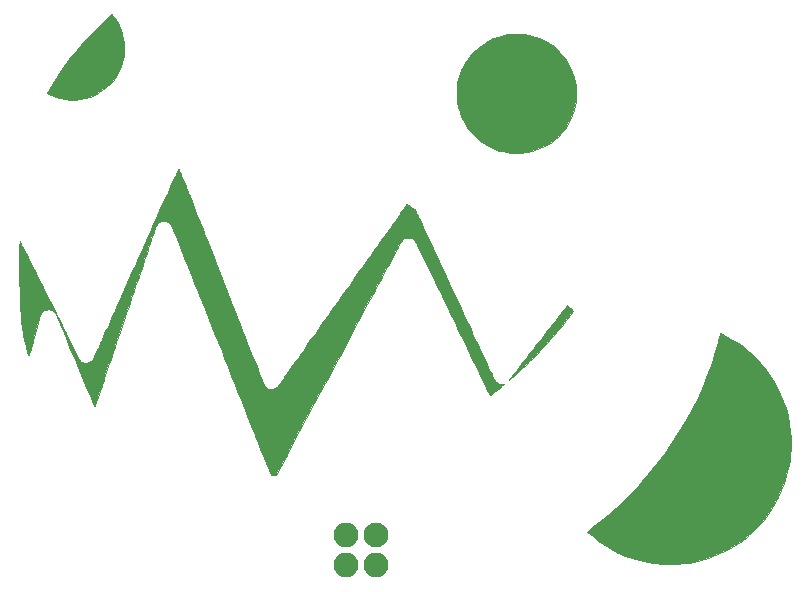
<source format=gts>
G04 #@! TF.FileFunction,Soldermask,Top*
%FSLAX46Y46*%
G04 Gerber Fmt 4.6, Leading zero omitted, Abs format (unit mm)*
G04 Created by KiCad (PCBNEW 4.0.7) date 07/17/18 15:25:19*
%MOMM*%
%LPD*%
G01*
G04 APERTURE LIST*
%ADD10C,0.100000*%
%ADD11C,0.010000*%
%ADD12C,6.400000*%
%ADD13C,2.100000*%
%ADD14O,2.100000X2.100000*%
G04 APERTURE END LIST*
D10*
D11*
G36*
X177232361Y-102125226D02*
X177298128Y-102151293D01*
X177393923Y-102195233D01*
X177507079Y-102250370D01*
X177965478Y-102492068D01*
X178406483Y-102755095D01*
X178838277Y-103044813D01*
X179269041Y-103366587D01*
X179527200Y-103574614D01*
X179652751Y-103682865D01*
X179798133Y-103815635D01*
X179957302Y-103966799D01*
X180124210Y-104130235D01*
X180292813Y-104299816D01*
X180457065Y-104469418D01*
X180610920Y-104632918D01*
X180748333Y-104784189D01*
X180863258Y-104917108D01*
X180914898Y-104980433D01*
X181318534Y-105521312D01*
X181681759Y-106074475D01*
X182004924Y-106640805D01*
X182288378Y-107221184D01*
X182532472Y-107816497D01*
X182737554Y-108427626D01*
X182903975Y-109055454D01*
X183032084Y-109700866D01*
X183122231Y-110364744D01*
X183146005Y-110614883D01*
X183153847Y-110738515D01*
X183159834Y-110895479D01*
X183163963Y-111076813D01*
X183166235Y-111273558D01*
X183166649Y-111476751D01*
X183165204Y-111677432D01*
X183161900Y-111866640D01*
X183156736Y-112035414D01*
X183149712Y-112174793D01*
X183146111Y-112223550D01*
X183070519Y-112872564D01*
X182953667Y-113514126D01*
X182796230Y-114146587D01*
X182598882Y-114768299D01*
X182362298Y-115377614D01*
X182087151Y-115972884D01*
X181774116Y-116552460D01*
X181423867Y-117114696D01*
X181037079Y-117657942D01*
X180799496Y-117959716D01*
X180699674Y-118077050D01*
X180575645Y-118214961D01*
X180433723Y-118367053D01*
X180280224Y-118526927D01*
X180121463Y-118688186D01*
X179963757Y-118844432D01*
X179813420Y-118989268D01*
X179676767Y-119116296D01*
X179560115Y-119219118D01*
X179537783Y-119237839D01*
X179008716Y-119651564D01*
X178468754Y-120024703D01*
X177916521Y-120357916D01*
X177350645Y-120651866D01*
X176769751Y-120907215D01*
X176172464Y-121124625D01*
X175557410Y-121304757D01*
X174965783Y-121439899D01*
X174499597Y-121520796D01*
X174016543Y-121582436D01*
X173528009Y-121623991D01*
X173045383Y-121644636D01*
X172580054Y-121643545D01*
X172314446Y-121632147D01*
X171653528Y-121572130D01*
X171005632Y-121471861D01*
X170371183Y-121331505D01*
X169750603Y-121151226D01*
X169144317Y-120931186D01*
X168552747Y-120671550D01*
X167976319Y-120372483D01*
X167415455Y-120034146D01*
X166870580Y-119656705D01*
X166533172Y-119396882D01*
X166426499Y-119309976D01*
X166316876Y-119218197D01*
X166215190Y-119130817D01*
X166132329Y-119057107D01*
X166110636Y-119037048D01*
X165954990Y-118891050D01*
X166290553Y-118633444D01*
X166978658Y-118086743D01*
X167667239Y-117503482D01*
X168350736Y-116889004D01*
X169023590Y-116248649D01*
X169680242Y-115587760D01*
X170315131Y-114911677D01*
X170922700Y-114225743D01*
X171122284Y-113990966D01*
X171836472Y-113111600D01*
X172510246Y-112219909D01*
X173143798Y-111315526D01*
X173737324Y-110398082D01*
X174291020Y-109467207D01*
X174805078Y-108522533D01*
X175279695Y-107563692D01*
X175715065Y-106590315D01*
X176111382Y-105602032D01*
X176468842Y-104598476D01*
X176787638Y-103579277D01*
X176973691Y-102910216D01*
X177011099Y-102767639D01*
X177047114Y-102628087D01*
X177079454Y-102500578D01*
X177105836Y-102394131D01*
X177123977Y-102317761D01*
X177126399Y-102306966D01*
X177145121Y-102227077D01*
X177162392Y-102161812D01*
X177174879Y-102123625D01*
X177176164Y-102120945D01*
X177192935Y-102115591D01*
X177232361Y-102125226D01*
X177232361Y-102125226D01*
G37*
X177232361Y-102125226D02*
X177298128Y-102151293D01*
X177393923Y-102195233D01*
X177507079Y-102250370D01*
X177965478Y-102492068D01*
X178406483Y-102755095D01*
X178838277Y-103044813D01*
X179269041Y-103366587D01*
X179527200Y-103574614D01*
X179652751Y-103682865D01*
X179798133Y-103815635D01*
X179957302Y-103966799D01*
X180124210Y-104130235D01*
X180292813Y-104299816D01*
X180457065Y-104469418D01*
X180610920Y-104632918D01*
X180748333Y-104784189D01*
X180863258Y-104917108D01*
X180914898Y-104980433D01*
X181318534Y-105521312D01*
X181681759Y-106074475D01*
X182004924Y-106640805D01*
X182288378Y-107221184D01*
X182532472Y-107816497D01*
X182737554Y-108427626D01*
X182903975Y-109055454D01*
X183032084Y-109700866D01*
X183122231Y-110364744D01*
X183146005Y-110614883D01*
X183153847Y-110738515D01*
X183159834Y-110895479D01*
X183163963Y-111076813D01*
X183166235Y-111273558D01*
X183166649Y-111476751D01*
X183165204Y-111677432D01*
X183161900Y-111866640D01*
X183156736Y-112035414D01*
X183149712Y-112174793D01*
X183146111Y-112223550D01*
X183070519Y-112872564D01*
X182953667Y-113514126D01*
X182796230Y-114146587D01*
X182598882Y-114768299D01*
X182362298Y-115377614D01*
X182087151Y-115972884D01*
X181774116Y-116552460D01*
X181423867Y-117114696D01*
X181037079Y-117657942D01*
X180799496Y-117959716D01*
X180699674Y-118077050D01*
X180575645Y-118214961D01*
X180433723Y-118367053D01*
X180280224Y-118526927D01*
X180121463Y-118688186D01*
X179963757Y-118844432D01*
X179813420Y-118989268D01*
X179676767Y-119116296D01*
X179560115Y-119219118D01*
X179537783Y-119237839D01*
X179008716Y-119651564D01*
X178468754Y-120024703D01*
X177916521Y-120357916D01*
X177350645Y-120651866D01*
X176769751Y-120907215D01*
X176172464Y-121124625D01*
X175557410Y-121304757D01*
X174965783Y-121439899D01*
X174499597Y-121520796D01*
X174016543Y-121582436D01*
X173528009Y-121623991D01*
X173045383Y-121644636D01*
X172580054Y-121643545D01*
X172314446Y-121632147D01*
X171653528Y-121572130D01*
X171005632Y-121471861D01*
X170371183Y-121331505D01*
X169750603Y-121151226D01*
X169144317Y-120931186D01*
X168552747Y-120671550D01*
X167976319Y-120372483D01*
X167415455Y-120034146D01*
X166870580Y-119656705D01*
X166533172Y-119396882D01*
X166426499Y-119309976D01*
X166316876Y-119218197D01*
X166215190Y-119130817D01*
X166132329Y-119057107D01*
X166110636Y-119037048D01*
X165954990Y-118891050D01*
X166290553Y-118633444D01*
X166978658Y-118086743D01*
X167667239Y-117503482D01*
X168350736Y-116889004D01*
X169023590Y-116248649D01*
X169680242Y-115587760D01*
X170315131Y-114911677D01*
X170922700Y-114225743D01*
X171122284Y-113990966D01*
X171836472Y-113111600D01*
X172510246Y-112219909D01*
X173143798Y-111315526D01*
X173737324Y-110398082D01*
X174291020Y-109467207D01*
X174805078Y-108522533D01*
X175279695Y-107563692D01*
X175715065Y-106590315D01*
X176111382Y-105602032D01*
X176468842Y-104598476D01*
X176787638Y-103579277D01*
X176973691Y-102910216D01*
X177011099Y-102767639D01*
X177047114Y-102628087D01*
X177079454Y-102500578D01*
X177105836Y-102394131D01*
X177123977Y-102317761D01*
X177126399Y-102306966D01*
X177145121Y-102227077D01*
X177162392Y-102161812D01*
X177174879Y-102123625D01*
X177176164Y-102120945D01*
X177192935Y-102115591D01*
X177232361Y-102125226D01*
G36*
X131345011Y-88206391D02*
X131370016Y-88263790D01*
X131407260Y-88351920D01*
X131454967Y-88466508D01*
X131511362Y-88603281D01*
X131574667Y-88757964D01*
X131643108Y-88926286D01*
X131665891Y-88982550D01*
X131738834Y-89162543D01*
X131809897Y-89337312D01*
X131876813Y-89501320D01*
X131937314Y-89649030D01*
X131989131Y-89774908D01*
X132029996Y-89873417D01*
X132057641Y-89939022D01*
X132060486Y-89945633D01*
X132079646Y-89991788D01*
X132112988Y-90074236D01*
X132159274Y-90189847D01*
X132217263Y-90335487D01*
X132285718Y-90508027D01*
X132363399Y-90704335D01*
X132449067Y-90921279D01*
X132541483Y-91155728D01*
X132639408Y-91404552D01*
X132741602Y-91664618D01*
X132846827Y-91932795D01*
X132847809Y-91935300D01*
X132926834Y-92136767D01*
X133020221Y-92374697D01*
X133126819Y-92646163D01*
X133245479Y-92948239D01*
X133375050Y-93278000D01*
X133514381Y-93632518D01*
X133662321Y-94008868D01*
X133817721Y-94404124D01*
X133979428Y-94815359D01*
X134146294Y-95239648D01*
X134317167Y-95674064D01*
X134490897Y-96115681D01*
X134666333Y-96561573D01*
X134842325Y-97008814D01*
X135017721Y-97454477D01*
X135191372Y-97895638D01*
X135257277Y-98063050D01*
X135533628Y-98765087D01*
X135799284Y-99440102D01*
X136054000Y-100087466D01*
X136297530Y-100706553D01*
X136529627Y-101296735D01*
X136750046Y-101857386D01*
X136958540Y-102387878D01*
X137154864Y-102887584D01*
X137338771Y-103355878D01*
X137510016Y-103792131D01*
X137668352Y-104195717D01*
X137813533Y-104566009D01*
X137945313Y-104902380D01*
X138063447Y-105204203D01*
X138167687Y-105470849D01*
X138257789Y-105701693D01*
X138333506Y-105896108D01*
X138394592Y-106053465D01*
X138440800Y-106173139D01*
X138471886Y-106254502D01*
X138484519Y-106288334D01*
X138568111Y-106473588D01*
X138670132Y-106620935D01*
X138791215Y-106730880D01*
X138931994Y-106803927D01*
X139093100Y-106840580D01*
X139183533Y-106845423D01*
X139353607Y-106826652D01*
X139506574Y-106769280D01*
X139643951Y-106672724D01*
X139652727Y-106664756D01*
X139674943Y-106638347D01*
X139719925Y-106579598D01*
X139786045Y-106490766D01*
X139871675Y-106374109D01*
X139975187Y-106231885D01*
X140094953Y-106066351D01*
X140229345Y-105879765D01*
X140376735Y-105674385D01*
X140535494Y-105452469D01*
X140703995Y-105216274D01*
X140880609Y-104968058D01*
X141063709Y-104710079D01*
X141146681Y-104592966D01*
X141309962Y-104362370D01*
X141495485Y-104100363D01*
X141701029Y-103810082D01*
X141924370Y-103494665D01*
X142163289Y-103157248D01*
X142415564Y-102800971D01*
X142678971Y-102428970D01*
X142951291Y-102044383D01*
X143230301Y-101650348D01*
X143513779Y-101250002D01*
X143799505Y-100846482D01*
X144085255Y-100442927D01*
X144368810Y-100042474D01*
X144647945Y-99648261D01*
X144920442Y-99263425D01*
X145036007Y-99100216D01*
X145435944Y-98535417D01*
X145826128Y-97984429D01*
X146205912Y-97448162D01*
X146574650Y-96927528D01*
X146931697Y-96423436D01*
X147276408Y-95936799D01*
X147608137Y-95468526D01*
X147926238Y-95019529D01*
X148230065Y-94590719D01*
X148518973Y-94183007D01*
X148792316Y-93797303D01*
X149049449Y-93434518D01*
X149289726Y-93095563D01*
X149512501Y-92781350D01*
X149717128Y-92492788D01*
X149902963Y-92230789D01*
X150069359Y-91996264D01*
X150215671Y-91790123D01*
X150341253Y-91613278D01*
X150445459Y-91466639D01*
X150527644Y-91351117D01*
X150587162Y-91267623D01*
X150623368Y-91217068D01*
X150634970Y-91201139D01*
X150670369Y-91154895D01*
X150923117Y-91320551D01*
X151024757Y-91389162D01*
X151122859Y-91458911D01*
X151207235Y-91522330D01*
X151267695Y-91571946D01*
X151274852Y-91578461D01*
X151283030Y-91585235D01*
X151289640Y-91589285D01*
X151295231Y-91591776D01*
X151300354Y-91593874D01*
X151305559Y-91596744D01*
X151311397Y-91601550D01*
X151318418Y-91609459D01*
X151327173Y-91621635D01*
X151338211Y-91639244D01*
X151352084Y-91663451D01*
X151369342Y-91695420D01*
X151390534Y-91736318D01*
X151416213Y-91787309D01*
X151446927Y-91849559D01*
X151483227Y-91924232D01*
X151525665Y-92012495D01*
X151574789Y-92115511D01*
X151631151Y-92234447D01*
X151695301Y-92370468D01*
X151767789Y-92524738D01*
X151849166Y-92698424D01*
X151939982Y-92892689D01*
X152040787Y-93108701D01*
X152152132Y-93347622D01*
X152274568Y-93610620D01*
X152408644Y-93898858D01*
X152554912Y-94213503D01*
X152713921Y-94555719D01*
X152886222Y-94926672D01*
X153072365Y-95327526D01*
X153272901Y-95759448D01*
X153488380Y-96223602D01*
X153719353Y-96721153D01*
X153966369Y-97253267D01*
X154229980Y-97821108D01*
X154510735Y-98425843D01*
X154592894Y-98602800D01*
X154922574Y-99312820D01*
X155234630Y-99984784D01*
X155529227Y-100619049D01*
X155806534Y-101215970D01*
X156066714Y-101775906D01*
X156309936Y-102299213D01*
X156536364Y-102786248D01*
X156746166Y-103237368D01*
X156939507Y-103652930D01*
X157116553Y-104033291D01*
X157277472Y-104378809D01*
X157422428Y-104689839D01*
X157551589Y-104966739D01*
X157665120Y-105209867D01*
X157763188Y-105419578D01*
X157845959Y-105596230D01*
X157913599Y-105740180D01*
X157966274Y-105851785D01*
X158004151Y-105931402D01*
X158027396Y-105979388D01*
X158030926Y-105986455D01*
X158129061Y-106143187D01*
X158246394Y-106262563D01*
X158358419Y-106333575D01*
X158409256Y-106355696D01*
X158461074Y-106369800D01*
X158525249Y-106377520D01*
X158613157Y-106380494D01*
X158685925Y-106380667D01*
X158916067Y-106379784D01*
X158834092Y-106450695D01*
X158747512Y-106524202D01*
X158644603Y-106609319D01*
X158529797Y-106702594D01*
X158407528Y-106800577D01*
X158282230Y-106899815D01*
X158158335Y-106996859D01*
X158040278Y-107088257D01*
X157932492Y-107170559D01*
X157839411Y-107240312D01*
X157765467Y-107294067D01*
X157715095Y-107328371D01*
X157692727Y-107339775D01*
X157692215Y-107339537D01*
X157682085Y-107319743D01*
X157654571Y-107263970D01*
X157610712Y-107174358D01*
X157551546Y-107053044D01*
X157478110Y-106902165D01*
X157391441Y-106723859D01*
X157292578Y-106520265D01*
X157182558Y-106293520D01*
X157062419Y-106045761D01*
X156933198Y-105779126D01*
X156795934Y-105495754D01*
X156651663Y-105197782D01*
X156501424Y-104887348D01*
X156358108Y-104591098D01*
X156044481Y-103942707D01*
X155747970Y-103329786D01*
X155467291Y-102749681D01*
X155201157Y-102199739D01*
X154948281Y-101677305D01*
X154707379Y-101179725D01*
X154477163Y-100704347D01*
X154256349Y-100248515D01*
X154043650Y-99809576D01*
X153837779Y-99384875D01*
X153637452Y-98971760D01*
X153441381Y-98567576D01*
X153248282Y-98169669D01*
X153056867Y-97775386D01*
X152865852Y-97382072D01*
X152673949Y-96987074D01*
X152492218Y-96613133D01*
X152359442Y-96339932D01*
X152230305Y-96074152D01*
X152106213Y-95818688D01*
X151988571Y-95576439D01*
X151878785Y-95350300D01*
X151778261Y-95143169D01*
X151688404Y-94957942D01*
X151610620Y-94797516D01*
X151546316Y-94664789D01*
X151496896Y-94562657D01*
X151463766Y-94494016D01*
X151452560Y-94470672D01*
X151379562Y-94331792D01*
X151306740Y-94225837D01*
X151226552Y-94144103D01*
X151131458Y-94077892D01*
X151094367Y-94057358D01*
X151036145Y-94029261D01*
X150982918Y-94011931D01*
X150921185Y-94002844D01*
X150837442Y-93999478D01*
X150782866Y-93999151D01*
X150682125Y-94000583D01*
X150609484Y-94006740D01*
X150550762Y-94020236D01*
X150491778Y-94043684D01*
X150460689Y-94058514D01*
X150368271Y-94115207D01*
X150280499Y-94187645D01*
X150251898Y-94217264D01*
X150225576Y-94254598D01*
X150180399Y-94328373D01*
X150116300Y-94438711D01*
X150033214Y-94585734D01*
X149931073Y-94769561D01*
X149809811Y-94990315D01*
X149669361Y-95248117D01*
X149509656Y-95543087D01*
X149330629Y-95875347D01*
X149132213Y-96245019D01*
X149042768Y-96412050D01*
X148941113Y-96601972D01*
X148820582Y-96827108D01*
X148682300Y-97085360D01*
X148527390Y-97374628D01*
X148356977Y-97692814D01*
X148172184Y-98037822D01*
X147974136Y-98407552D01*
X147763957Y-98799907D01*
X147542771Y-99212788D01*
X147311702Y-99644098D01*
X147071874Y-100091738D01*
X146824410Y-100553610D01*
X146570436Y-101027616D01*
X146311075Y-101511658D01*
X146047452Y-102003638D01*
X145780689Y-102501458D01*
X145511912Y-103003020D01*
X145242244Y-103506225D01*
X144972810Y-104008975D01*
X144704733Y-104509174D01*
X144665496Y-104582383D01*
X144400231Y-105077330D01*
X144134668Y-105572843D01*
X143869862Y-106066958D01*
X143606864Y-106557712D01*
X143346726Y-107043142D01*
X143090500Y-107521283D01*
X142839238Y-107990172D01*
X142593993Y-108447846D01*
X142355816Y-108892341D01*
X142125760Y-109321693D01*
X141904877Y-109733939D01*
X141694218Y-110127115D01*
X141494837Y-110499258D01*
X141307784Y-110848404D01*
X141134113Y-111172589D01*
X140974875Y-111469850D01*
X140831122Y-111738224D01*
X140703906Y-111975746D01*
X140594281Y-112180453D01*
X140503297Y-112350382D01*
X140480545Y-112392883D01*
X139551433Y-114128550D01*
X139359053Y-114134607D01*
X139166674Y-114140664D01*
X138421519Y-112271940D01*
X138350811Y-112094564D01*
X138265340Y-111880066D01*
X138165989Y-111630661D01*
X138053638Y-111348563D01*
X137929169Y-111035988D01*
X137793465Y-110695150D01*
X137647405Y-110328265D01*
X137491872Y-109937546D01*
X137327747Y-109525210D01*
X137155912Y-109093470D01*
X136977249Y-108644542D01*
X136792638Y-108180640D01*
X136602961Y-107703979D01*
X136409100Y-107216774D01*
X136211936Y-106721240D01*
X136012350Y-106219592D01*
X135811225Y-105714045D01*
X135609442Y-105206812D01*
X135407882Y-104700110D01*
X135306327Y-104444800D01*
X134978719Y-103621217D01*
X134666382Y-102836119D01*
X134368969Y-102088642D01*
X134086136Y-101377923D01*
X133817535Y-100703100D01*
X133562821Y-100063309D01*
X133321648Y-99457688D01*
X133093670Y-98885372D01*
X132878541Y-98345500D01*
X132675915Y-97837208D01*
X132485446Y-97359632D01*
X132306789Y-96911911D01*
X132139596Y-96493180D01*
X131983523Y-96102578D01*
X131838223Y-95739240D01*
X131703350Y-95402304D01*
X131578558Y-95090907D01*
X131463502Y-94804185D01*
X131357835Y-94541276D01*
X131261211Y-94301316D01*
X131173285Y-94083443D01*
X131093710Y-93886793D01*
X131022141Y-93710504D01*
X130958231Y-93553712D01*
X130901634Y-93415554D01*
X130852006Y-93295167D01*
X130808999Y-93191689D01*
X130772267Y-93104256D01*
X130741465Y-93032004D01*
X130716247Y-92974072D01*
X130696267Y-92929596D01*
X130681178Y-92897712D01*
X130670635Y-92877559D01*
X130667178Y-92871932D01*
X130560438Y-92748527D01*
X130432011Y-92657283D01*
X130288222Y-92598621D01*
X130135398Y-92572962D01*
X129979861Y-92580726D01*
X129827938Y-92622334D01*
X129685953Y-92698206D01*
X129569266Y-92798926D01*
X129544621Y-92826502D01*
X129521219Y-92856321D01*
X129497963Y-92891237D01*
X129473753Y-92934099D01*
X129447490Y-92987762D01*
X129418076Y-93055076D01*
X129384411Y-93138894D01*
X129345396Y-93242068D01*
X129299932Y-93367450D01*
X129246921Y-93517891D01*
X129185263Y-93696245D01*
X129113860Y-93905363D01*
X129031612Y-94148097D01*
X128937420Y-94427298D01*
X128906994Y-94517633D01*
X128855815Y-94669383D01*
X128792028Y-94858120D01*
X128716679Y-95080761D01*
X128630816Y-95334224D01*
X128535485Y-95615423D01*
X128431733Y-95921277D01*
X128320607Y-96248702D01*
X128203154Y-96594614D01*
X128080420Y-96955931D01*
X127953453Y-97329569D01*
X127823299Y-97712445D01*
X127691005Y-98101475D01*
X127557618Y-98493577D01*
X127424185Y-98885667D01*
X127336736Y-99142550D01*
X127119349Y-99781071D01*
X126915091Y-100381094D01*
X126723429Y-100944187D01*
X126543832Y-101471920D01*
X126375767Y-101965863D01*
X126218701Y-102427585D01*
X126072103Y-102858656D01*
X125935439Y-103260645D01*
X125808177Y-103635121D01*
X125689786Y-103983655D01*
X125579732Y-104307815D01*
X125477483Y-104609171D01*
X125382507Y-104889293D01*
X125294272Y-105149749D01*
X125212244Y-105392111D01*
X125135892Y-105617946D01*
X125064683Y-105828825D01*
X124998085Y-106026317D01*
X124935565Y-106211991D01*
X124876592Y-106387418D01*
X124820631Y-106554166D01*
X124767152Y-106713805D01*
X124715622Y-106867904D01*
X124681233Y-106970898D01*
X124589271Y-107245526D01*
X124509318Y-107482079D01*
X124440540Y-107682823D01*
X124382100Y-107850019D01*
X124333160Y-107985932D01*
X124292886Y-108092824D01*
X124260441Y-108172960D01*
X124234989Y-108228602D01*
X124215692Y-108262014D01*
X124201716Y-108275459D01*
X124199041Y-108275966D01*
X124188346Y-108256510D01*
X124161910Y-108198654D01*
X124120053Y-108103164D01*
X124063096Y-107970807D01*
X123991361Y-107802352D01*
X123905168Y-107598565D01*
X123804837Y-107360213D01*
X123690691Y-107088063D01*
X123563050Y-106782883D01*
X123422234Y-106445440D01*
X123268564Y-106076501D01*
X123102363Y-105676833D01*
X122923949Y-105247203D01*
X122733645Y-104788379D01*
X122531770Y-104301127D01*
X122318647Y-103786215D01*
X122105194Y-103270050D01*
X121994577Y-103002519D01*
X121887806Y-102744428D01*
X121786090Y-102498688D01*
X121690635Y-102268208D01*
X121602648Y-102055900D01*
X121523337Y-101864673D01*
X121453909Y-101697438D01*
X121395571Y-101557105D01*
X121349530Y-101446585D01*
X121316994Y-101368788D01*
X121299169Y-101326624D01*
X121297472Y-101322716D01*
X121274132Y-101268177D01*
X121238537Y-101183229D01*
X121194347Y-101076689D01*
X121145224Y-100957375D01*
X121104928Y-100858885D01*
X121048592Y-100718484D01*
X121007177Y-100610289D01*
X120981020Y-100535477D01*
X120970460Y-100495224D01*
X120975833Y-100490704D01*
X120997478Y-100523095D01*
X121020257Y-100564170D01*
X121059140Y-100638234D01*
X121114789Y-100746206D01*
X121185186Y-100884057D01*
X121268312Y-101047757D01*
X121362148Y-101233276D01*
X121464677Y-101436584D01*
X121573879Y-101653653D01*
X121687735Y-101880454D01*
X121804228Y-102112955D01*
X121921339Y-102347129D01*
X122037049Y-102578944D01*
X122149339Y-102804373D01*
X122256191Y-103019385D01*
X122355587Y-103219952D01*
X122445508Y-103402042D01*
X122523935Y-103561628D01*
X122588849Y-103694679D01*
X122600008Y-103717699D01*
X122683561Y-103888716D01*
X122752953Y-104026497D01*
X122811390Y-104136411D01*
X122862077Y-104223827D01*
X122908219Y-104294116D01*
X122953023Y-104352648D01*
X122999694Y-104404793D01*
X123026133Y-104431529D01*
X123115537Y-104510471D01*
X123200541Y-104561759D01*
X123294526Y-104590602D01*
X123410874Y-104602204D01*
X123467283Y-104603186D01*
X123566407Y-104601616D01*
X123638384Y-104594559D01*
X123698316Y-104579168D01*
X123761309Y-104552595D01*
X123777664Y-104544679D01*
X123892354Y-104474267D01*
X123997809Y-104383901D01*
X124081368Y-104285327D01*
X124112220Y-104234219D01*
X124128481Y-104199932D01*
X124161592Y-104127937D01*
X124211130Y-104019179D01*
X124276671Y-103874599D01*
X124357792Y-103695139D01*
X124454071Y-103481743D01*
X124565083Y-103235352D01*
X124690407Y-102956909D01*
X124829618Y-102647357D01*
X124982294Y-102307638D01*
X125148012Y-101938695D01*
X125326347Y-101541469D01*
X125516878Y-101116904D01*
X125719181Y-100665941D01*
X125932833Y-100189524D01*
X126157411Y-99688595D01*
X126392491Y-99164096D01*
X126637651Y-98616970D01*
X126892467Y-98048159D01*
X127156516Y-97458605D01*
X127429375Y-96849252D01*
X127710621Y-96221041D01*
X127933045Y-95724133D01*
X128222417Y-95077631D01*
X128495005Y-94468672D01*
X128751307Y-93896154D01*
X128991819Y-93358974D01*
X129217039Y-92856029D01*
X129427465Y-92386217D01*
X129623593Y-91948437D01*
X129805921Y-91541584D01*
X129974946Y-91164557D01*
X130131165Y-90816253D01*
X130275076Y-90495571D01*
X130407175Y-90201406D01*
X130527961Y-89932657D01*
X130637930Y-89688222D01*
X130737580Y-89466997D01*
X130827408Y-89267881D01*
X130907911Y-89089771D01*
X130979586Y-88931564D01*
X131042932Y-88792159D01*
X131098444Y-88670451D01*
X131146621Y-88565340D01*
X131187959Y-88475723D01*
X131222956Y-88400496D01*
X131252109Y-88338558D01*
X131275916Y-88288807D01*
X131294873Y-88250139D01*
X131309478Y-88221452D01*
X131320228Y-88201644D01*
X131327621Y-88189612D01*
X131332154Y-88184254D01*
X131334021Y-88183996D01*
X131345011Y-88206391D01*
X131345011Y-88206391D01*
G37*
X131345011Y-88206391D02*
X131370016Y-88263790D01*
X131407260Y-88351920D01*
X131454967Y-88466508D01*
X131511362Y-88603281D01*
X131574667Y-88757964D01*
X131643108Y-88926286D01*
X131665891Y-88982550D01*
X131738834Y-89162543D01*
X131809897Y-89337312D01*
X131876813Y-89501320D01*
X131937314Y-89649030D01*
X131989131Y-89774908D01*
X132029996Y-89873417D01*
X132057641Y-89939022D01*
X132060486Y-89945633D01*
X132079646Y-89991788D01*
X132112988Y-90074236D01*
X132159274Y-90189847D01*
X132217263Y-90335487D01*
X132285718Y-90508027D01*
X132363399Y-90704335D01*
X132449067Y-90921279D01*
X132541483Y-91155728D01*
X132639408Y-91404552D01*
X132741602Y-91664618D01*
X132846827Y-91932795D01*
X132847809Y-91935300D01*
X132926834Y-92136767D01*
X133020221Y-92374697D01*
X133126819Y-92646163D01*
X133245479Y-92948239D01*
X133375050Y-93278000D01*
X133514381Y-93632518D01*
X133662321Y-94008868D01*
X133817721Y-94404124D01*
X133979428Y-94815359D01*
X134146294Y-95239648D01*
X134317167Y-95674064D01*
X134490897Y-96115681D01*
X134666333Y-96561573D01*
X134842325Y-97008814D01*
X135017721Y-97454477D01*
X135191372Y-97895638D01*
X135257277Y-98063050D01*
X135533628Y-98765087D01*
X135799284Y-99440102D01*
X136054000Y-100087466D01*
X136297530Y-100706553D01*
X136529627Y-101296735D01*
X136750046Y-101857386D01*
X136958540Y-102387878D01*
X137154864Y-102887584D01*
X137338771Y-103355878D01*
X137510016Y-103792131D01*
X137668352Y-104195717D01*
X137813533Y-104566009D01*
X137945313Y-104902380D01*
X138063447Y-105204203D01*
X138167687Y-105470849D01*
X138257789Y-105701693D01*
X138333506Y-105896108D01*
X138394592Y-106053465D01*
X138440800Y-106173139D01*
X138471886Y-106254502D01*
X138484519Y-106288334D01*
X138568111Y-106473588D01*
X138670132Y-106620935D01*
X138791215Y-106730880D01*
X138931994Y-106803927D01*
X139093100Y-106840580D01*
X139183533Y-106845423D01*
X139353607Y-106826652D01*
X139506574Y-106769280D01*
X139643951Y-106672724D01*
X139652727Y-106664756D01*
X139674943Y-106638347D01*
X139719925Y-106579598D01*
X139786045Y-106490766D01*
X139871675Y-106374109D01*
X139975187Y-106231885D01*
X140094953Y-106066351D01*
X140229345Y-105879765D01*
X140376735Y-105674385D01*
X140535494Y-105452469D01*
X140703995Y-105216274D01*
X140880609Y-104968058D01*
X141063709Y-104710079D01*
X141146681Y-104592966D01*
X141309962Y-104362370D01*
X141495485Y-104100363D01*
X141701029Y-103810082D01*
X141924370Y-103494665D01*
X142163289Y-103157248D01*
X142415564Y-102800971D01*
X142678971Y-102428970D01*
X142951291Y-102044383D01*
X143230301Y-101650348D01*
X143513779Y-101250002D01*
X143799505Y-100846482D01*
X144085255Y-100442927D01*
X144368810Y-100042474D01*
X144647945Y-99648261D01*
X144920442Y-99263425D01*
X145036007Y-99100216D01*
X145435944Y-98535417D01*
X145826128Y-97984429D01*
X146205912Y-97448162D01*
X146574650Y-96927528D01*
X146931697Y-96423436D01*
X147276408Y-95936799D01*
X147608137Y-95468526D01*
X147926238Y-95019529D01*
X148230065Y-94590719D01*
X148518973Y-94183007D01*
X148792316Y-93797303D01*
X149049449Y-93434518D01*
X149289726Y-93095563D01*
X149512501Y-92781350D01*
X149717128Y-92492788D01*
X149902963Y-92230789D01*
X150069359Y-91996264D01*
X150215671Y-91790123D01*
X150341253Y-91613278D01*
X150445459Y-91466639D01*
X150527644Y-91351117D01*
X150587162Y-91267623D01*
X150623368Y-91217068D01*
X150634970Y-91201139D01*
X150670369Y-91154895D01*
X150923117Y-91320551D01*
X151024757Y-91389162D01*
X151122859Y-91458911D01*
X151207235Y-91522330D01*
X151267695Y-91571946D01*
X151274852Y-91578461D01*
X151283030Y-91585235D01*
X151289640Y-91589285D01*
X151295231Y-91591776D01*
X151300354Y-91593874D01*
X151305559Y-91596744D01*
X151311397Y-91601550D01*
X151318418Y-91609459D01*
X151327173Y-91621635D01*
X151338211Y-91639244D01*
X151352084Y-91663451D01*
X151369342Y-91695420D01*
X151390534Y-91736318D01*
X151416213Y-91787309D01*
X151446927Y-91849559D01*
X151483227Y-91924232D01*
X151525665Y-92012495D01*
X151574789Y-92115511D01*
X151631151Y-92234447D01*
X151695301Y-92370468D01*
X151767789Y-92524738D01*
X151849166Y-92698424D01*
X151939982Y-92892689D01*
X152040787Y-93108701D01*
X152152132Y-93347622D01*
X152274568Y-93610620D01*
X152408644Y-93898858D01*
X152554912Y-94213503D01*
X152713921Y-94555719D01*
X152886222Y-94926672D01*
X153072365Y-95327526D01*
X153272901Y-95759448D01*
X153488380Y-96223602D01*
X153719353Y-96721153D01*
X153966369Y-97253267D01*
X154229980Y-97821108D01*
X154510735Y-98425843D01*
X154592894Y-98602800D01*
X154922574Y-99312820D01*
X155234630Y-99984784D01*
X155529227Y-100619049D01*
X155806534Y-101215970D01*
X156066714Y-101775906D01*
X156309936Y-102299213D01*
X156536364Y-102786248D01*
X156746166Y-103237368D01*
X156939507Y-103652930D01*
X157116553Y-104033291D01*
X157277472Y-104378809D01*
X157422428Y-104689839D01*
X157551589Y-104966739D01*
X157665120Y-105209867D01*
X157763188Y-105419578D01*
X157845959Y-105596230D01*
X157913599Y-105740180D01*
X157966274Y-105851785D01*
X158004151Y-105931402D01*
X158027396Y-105979388D01*
X158030926Y-105986455D01*
X158129061Y-106143187D01*
X158246394Y-106262563D01*
X158358419Y-106333575D01*
X158409256Y-106355696D01*
X158461074Y-106369800D01*
X158525249Y-106377520D01*
X158613157Y-106380494D01*
X158685925Y-106380667D01*
X158916067Y-106379784D01*
X158834092Y-106450695D01*
X158747512Y-106524202D01*
X158644603Y-106609319D01*
X158529797Y-106702594D01*
X158407528Y-106800577D01*
X158282230Y-106899815D01*
X158158335Y-106996859D01*
X158040278Y-107088257D01*
X157932492Y-107170559D01*
X157839411Y-107240312D01*
X157765467Y-107294067D01*
X157715095Y-107328371D01*
X157692727Y-107339775D01*
X157692215Y-107339537D01*
X157682085Y-107319743D01*
X157654571Y-107263970D01*
X157610712Y-107174358D01*
X157551546Y-107053044D01*
X157478110Y-106902165D01*
X157391441Y-106723859D01*
X157292578Y-106520265D01*
X157182558Y-106293520D01*
X157062419Y-106045761D01*
X156933198Y-105779126D01*
X156795934Y-105495754D01*
X156651663Y-105197782D01*
X156501424Y-104887348D01*
X156358108Y-104591098D01*
X156044481Y-103942707D01*
X155747970Y-103329786D01*
X155467291Y-102749681D01*
X155201157Y-102199739D01*
X154948281Y-101677305D01*
X154707379Y-101179725D01*
X154477163Y-100704347D01*
X154256349Y-100248515D01*
X154043650Y-99809576D01*
X153837779Y-99384875D01*
X153637452Y-98971760D01*
X153441381Y-98567576D01*
X153248282Y-98169669D01*
X153056867Y-97775386D01*
X152865852Y-97382072D01*
X152673949Y-96987074D01*
X152492218Y-96613133D01*
X152359442Y-96339932D01*
X152230305Y-96074152D01*
X152106213Y-95818688D01*
X151988571Y-95576439D01*
X151878785Y-95350300D01*
X151778261Y-95143169D01*
X151688404Y-94957942D01*
X151610620Y-94797516D01*
X151546316Y-94664789D01*
X151496896Y-94562657D01*
X151463766Y-94494016D01*
X151452560Y-94470672D01*
X151379562Y-94331792D01*
X151306740Y-94225837D01*
X151226552Y-94144103D01*
X151131458Y-94077892D01*
X151094367Y-94057358D01*
X151036145Y-94029261D01*
X150982918Y-94011931D01*
X150921185Y-94002844D01*
X150837442Y-93999478D01*
X150782866Y-93999151D01*
X150682125Y-94000583D01*
X150609484Y-94006740D01*
X150550762Y-94020236D01*
X150491778Y-94043684D01*
X150460689Y-94058514D01*
X150368271Y-94115207D01*
X150280499Y-94187645D01*
X150251898Y-94217264D01*
X150225576Y-94254598D01*
X150180399Y-94328373D01*
X150116300Y-94438711D01*
X150033214Y-94585734D01*
X149931073Y-94769561D01*
X149809811Y-94990315D01*
X149669361Y-95248117D01*
X149509656Y-95543087D01*
X149330629Y-95875347D01*
X149132213Y-96245019D01*
X149042768Y-96412050D01*
X148941113Y-96601972D01*
X148820582Y-96827108D01*
X148682300Y-97085360D01*
X148527390Y-97374628D01*
X148356977Y-97692814D01*
X148172184Y-98037822D01*
X147974136Y-98407552D01*
X147763957Y-98799907D01*
X147542771Y-99212788D01*
X147311702Y-99644098D01*
X147071874Y-100091738D01*
X146824410Y-100553610D01*
X146570436Y-101027616D01*
X146311075Y-101511658D01*
X146047452Y-102003638D01*
X145780689Y-102501458D01*
X145511912Y-103003020D01*
X145242244Y-103506225D01*
X144972810Y-104008975D01*
X144704733Y-104509174D01*
X144665496Y-104582383D01*
X144400231Y-105077330D01*
X144134668Y-105572843D01*
X143869862Y-106066958D01*
X143606864Y-106557712D01*
X143346726Y-107043142D01*
X143090500Y-107521283D01*
X142839238Y-107990172D01*
X142593993Y-108447846D01*
X142355816Y-108892341D01*
X142125760Y-109321693D01*
X141904877Y-109733939D01*
X141694218Y-110127115D01*
X141494837Y-110499258D01*
X141307784Y-110848404D01*
X141134113Y-111172589D01*
X140974875Y-111469850D01*
X140831122Y-111738224D01*
X140703906Y-111975746D01*
X140594281Y-112180453D01*
X140503297Y-112350382D01*
X140480545Y-112392883D01*
X139551433Y-114128550D01*
X139359053Y-114134607D01*
X139166674Y-114140664D01*
X138421519Y-112271940D01*
X138350811Y-112094564D01*
X138265340Y-111880066D01*
X138165989Y-111630661D01*
X138053638Y-111348563D01*
X137929169Y-111035988D01*
X137793465Y-110695150D01*
X137647405Y-110328265D01*
X137491872Y-109937546D01*
X137327747Y-109525210D01*
X137155912Y-109093470D01*
X136977249Y-108644542D01*
X136792638Y-108180640D01*
X136602961Y-107703979D01*
X136409100Y-107216774D01*
X136211936Y-106721240D01*
X136012350Y-106219592D01*
X135811225Y-105714045D01*
X135609442Y-105206812D01*
X135407882Y-104700110D01*
X135306327Y-104444800D01*
X134978719Y-103621217D01*
X134666382Y-102836119D01*
X134368969Y-102088642D01*
X134086136Y-101377923D01*
X133817535Y-100703100D01*
X133562821Y-100063309D01*
X133321648Y-99457688D01*
X133093670Y-98885372D01*
X132878541Y-98345500D01*
X132675915Y-97837208D01*
X132485446Y-97359632D01*
X132306789Y-96911911D01*
X132139596Y-96493180D01*
X131983523Y-96102578D01*
X131838223Y-95739240D01*
X131703350Y-95402304D01*
X131578558Y-95090907D01*
X131463502Y-94804185D01*
X131357835Y-94541276D01*
X131261211Y-94301316D01*
X131173285Y-94083443D01*
X131093710Y-93886793D01*
X131022141Y-93710504D01*
X130958231Y-93553712D01*
X130901634Y-93415554D01*
X130852006Y-93295167D01*
X130808999Y-93191689D01*
X130772267Y-93104256D01*
X130741465Y-93032004D01*
X130716247Y-92974072D01*
X130696267Y-92929596D01*
X130681178Y-92897712D01*
X130670635Y-92877559D01*
X130667178Y-92871932D01*
X130560438Y-92748527D01*
X130432011Y-92657283D01*
X130288222Y-92598621D01*
X130135398Y-92572962D01*
X129979861Y-92580726D01*
X129827938Y-92622334D01*
X129685953Y-92698206D01*
X129569266Y-92798926D01*
X129544621Y-92826502D01*
X129521219Y-92856321D01*
X129497963Y-92891237D01*
X129473753Y-92934099D01*
X129447490Y-92987762D01*
X129418076Y-93055076D01*
X129384411Y-93138894D01*
X129345396Y-93242068D01*
X129299932Y-93367450D01*
X129246921Y-93517891D01*
X129185263Y-93696245D01*
X129113860Y-93905363D01*
X129031612Y-94148097D01*
X128937420Y-94427298D01*
X128906994Y-94517633D01*
X128855815Y-94669383D01*
X128792028Y-94858120D01*
X128716679Y-95080761D01*
X128630816Y-95334224D01*
X128535485Y-95615423D01*
X128431733Y-95921277D01*
X128320607Y-96248702D01*
X128203154Y-96594614D01*
X128080420Y-96955931D01*
X127953453Y-97329569D01*
X127823299Y-97712445D01*
X127691005Y-98101475D01*
X127557618Y-98493577D01*
X127424185Y-98885667D01*
X127336736Y-99142550D01*
X127119349Y-99781071D01*
X126915091Y-100381094D01*
X126723429Y-100944187D01*
X126543832Y-101471920D01*
X126375767Y-101965863D01*
X126218701Y-102427585D01*
X126072103Y-102858656D01*
X125935439Y-103260645D01*
X125808177Y-103635121D01*
X125689786Y-103983655D01*
X125579732Y-104307815D01*
X125477483Y-104609171D01*
X125382507Y-104889293D01*
X125294272Y-105149749D01*
X125212244Y-105392111D01*
X125135892Y-105617946D01*
X125064683Y-105828825D01*
X124998085Y-106026317D01*
X124935565Y-106211991D01*
X124876592Y-106387418D01*
X124820631Y-106554166D01*
X124767152Y-106713805D01*
X124715622Y-106867904D01*
X124681233Y-106970898D01*
X124589271Y-107245526D01*
X124509318Y-107482079D01*
X124440540Y-107682823D01*
X124382100Y-107850019D01*
X124333160Y-107985932D01*
X124292886Y-108092824D01*
X124260441Y-108172960D01*
X124234989Y-108228602D01*
X124215692Y-108262014D01*
X124201716Y-108275459D01*
X124199041Y-108275966D01*
X124188346Y-108256510D01*
X124161910Y-108198654D01*
X124120053Y-108103164D01*
X124063096Y-107970807D01*
X123991361Y-107802352D01*
X123905168Y-107598565D01*
X123804837Y-107360213D01*
X123690691Y-107088063D01*
X123563050Y-106782883D01*
X123422234Y-106445440D01*
X123268564Y-106076501D01*
X123102363Y-105676833D01*
X122923949Y-105247203D01*
X122733645Y-104788379D01*
X122531770Y-104301127D01*
X122318647Y-103786215D01*
X122105194Y-103270050D01*
X121994577Y-103002519D01*
X121887806Y-102744428D01*
X121786090Y-102498688D01*
X121690635Y-102268208D01*
X121602648Y-102055900D01*
X121523337Y-101864673D01*
X121453909Y-101697438D01*
X121395571Y-101557105D01*
X121349530Y-101446585D01*
X121316994Y-101368788D01*
X121299169Y-101326624D01*
X121297472Y-101322716D01*
X121274132Y-101268177D01*
X121238537Y-101183229D01*
X121194347Y-101076689D01*
X121145224Y-100957375D01*
X121104928Y-100858885D01*
X121048592Y-100718484D01*
X121007177Y-100610289D01*
X120981020Y-100535477D01*
X120970460Y-100495224D01*
X120975833Y-100490704D01*
X120997478Y-100523095D01*
X121020257Y-100564170D01*
X121059140Y-100638234D01*
X121114789Y-100746206D01*
X121185186Y-100884057D01*
X121268312Y-101047757D01*
X121362148Y-101233276D01*
X121464677Y-101436584D01*
X121573879Y-101653653D01*
X121687735Y-101880454D01*
X121804228Y-102112955D01*
X121921339Y-102347129D01*
X122037049Y-102578944D01*
X122149339Y-102804373D01*
X122256191Y-103019385D01*
X122355587Y-103219952D01*
X122445508Y-103402042D01*
X122523935Y-103561628D01*
X122588849Y-103694679D01*
X122600008Y-103717699D01*
X122683561Y-103888716D01*
X122752953Y-104026497D01*
X122811390Y-104136411D01*
X122862077Y-104223827D01*
X122908219Y-104294116D01*
X122953023Y-104352648D01*
X122999694Y-104404793D01*
X123026133Y-104431529D01*
X123115537Y-104510471D01*
X123200541Y-104561759D01*
X123294526Y-104590602D01*
X123410874Y-104602204D01*
X123467283Y-104603186D01*
X123566407Y-104601616D01*
X123638384Y-104594559D01*
X123698316Y-104579168D01*
X123761309Y-104552595D01*
X123777664Y-104544679D01*
X123892354Y-104474267D01*
X123997809Y-104383901D01*
X124081368Y-104285327D01*
X124112220Y-104234219D01*
X124128481Y-104199932D01*
X124161592Y-104127937D01*
X124211130Y-104019179D01*
X124276671Y-103874599D01*
X124357792Y-103695139D01*
X124454071Y-103481743D01*
X124565083Y-103235352D01*
X124690407Y-102956909D01*
X124829618Y-102647357D01*
X124982294Y-102307638D01*
X125148012Y-101938695D01*
X125326347Y-101541469D01*
X125516878Y-101116904D01*
X125719181Y-100665941D01*
X125932833Y-100189524D01*
X126157411Y-99688595D01*
X126392491Y-99164096D01*
X126637651Y-98616970D01*
X126892467Y-98048159D01*
X127156516Y-97458605D01*
X127429375Y-96849252D01*
X127710621Y-96221041D01*
X127933045Y-95724133D01*
X128222417Y-95077631D01*
X128495005Y-94468672D01*
X128751307Y-93896154D01*
X128991819Y-93358974D01*
X129217039Y-92856029D01*
X129427465Y-92386217D01*
X129623593Y-91948437D01*
X129805921Y-91541584D01*
X129974946Y-91164557D01*
X130131165Y-90816253D01*
X130275076Y-90495571D01*
X130407175Y-90201406D01*
X130527961Y-89932657D01*
X130637930Y-89688222D01*
X130737580Y-89466997D01*
X130827408Y-89267881D01*
X130907911Y-89089771D01*
X130979586Y-88931564D01*
X131042932Y-88792159D01*
X131098444Y-88670451D01*
X131146621Y-88565340D01*
X131187959Y-88475723D01*
X131222956Y-88400496D01*
X131252109Y-88338558D01*
X131275916Y-88288807D01*
X131294873Y-88250139D01*
X131309478Y-88221452D01*
X131320228Y-88201644D01*
X131327621Y-88189612D01*
X131332154Y-88184254D01*
X131334021Y-88183996D01*
X131345011Y-88206391D01*
G36*
X164254019Y-99759078D02*
X164307527Y-99799200D01*
X164390477Y-99866597D01*
X164503396Y-99961700D01*
X164646814Y-100084941D01*
X164684692Y-100117765D01*
X164759654Y-100182814D01*
X164502026Y-100534375D01*
X164146371Y-101009393D01*
X163783312Y-101474464D01*
X163420738Y-101919681D01*
X163081903Y-102317550D01*
X162829732Y-102602103D01*
X162555018Y-102903907D01*
X162262843Y-103217786D01*
X161958285Y-103538565D01*
X161646426Y-103861070D01*
X161332345Y-104180125D01*
X161021122Y-104490554D01*
X160717839Y-104787183D01*
X160427575Y-105064836D01*
X160155410Y-105318339D01*
X159981692Y-105475694D01*
X159835342Y-105605813D01*
X159701954Y-105723077D01*
X159584258Y-105825178D01*
X159484983Y-105909808D01*
X159406861Y-105974660D01*
X159352620Y-106017425D01*
X159324990Y-106035795D01*
X159323325Y-106032257D01*
X159346684Y-105997939D01*
X159391856Y-105936000D01*
X159459076Y-105846138D01*
X159548580Y-105728048D01*
X159660604Y-105581427D01*
X159795385Y-105405972D01*
X159953157Y-105201379D01*
X160134156Y-104967345D01*
X160338618Y-104703567D01*
X160566779Y-104409739D01*
X160818875Y-104085560D01*
X161095142Y-103730726D01*
X161395815Y-103344933D01*
X161721129Y-102927878D01*
X162071322Y-102479257D01*
X162446628Y-101998767D01*
X162847283Y-101486104D01*
X163273523Y-100940965D01*
X163725585Y-100363046D01*
X163997387Y-100015675D01*
X164069804Y-99924700D01*
X164134144Y-99846813D01*
X164185578Y-99787628D01*
X164219277Y-99752762D01*
X164229427Y-99745800D01*
X164254019Y-99759078D01*
X164254019Y-99759078D01*
G37*
X164254019Y-99759078D02*
X164307527Y-99799200D01*
X164390477Y-99866597D01*
X164503396Y-99961700D01*
X164646814Y-100084941D01*
X164684692Y-100117765D01*
X164759654Y-100182814D01*
X164502026Y-100534375D01*
X164146371Y-101009393D01*
X163783312Y-101474464D01*
X163420738Y-101919681D01*
X163081903Y-102317550D01*
X162829732Y-102602103D01*
X162555018Y-102903907D01*
X162262843Y-103217786D01*
X161958285Y-103538565D01*
X161646426Y-103861070D01*
X161332345Y-104180125D01*
X161021122Y-104490554D01*
X160717839Y-104787183D01*
X160427575Y-105064836D01*
X160155410Y-105318339D01*
X159981692Y-105475694D01*
X159835342Y-105605813D01*
X159701954Y-105723077D01*
X159584258Y-105825178D01*
X159484983Y-105909808D01*
X159406861Y-105974660D01*
X159352620Y-106017425D01*
X159324990Y-106035795D01*
X159323325Y-106032257D01*
X159346684Y-105997939D01*
X159391856Y-105936000D01*
X159459076Y-105846138D01*
X159548580Y-105728048D01*
X159660604Y-105581427D01*
X159795385Y-105405972D01*
X159953157Y-105201379D01*
X160134156Y-104967345D01*
X160338618Y-104703567D01*
X160566779Y-104409739D01*
X160818875Y-104085560D01*
X161095142Y-103730726D01*
X161395815Y-103344933D01*
X161721129Y-102927878D01*
X162071322Y-102479257D01*
X162446628Y-101998767D01*
X162847283Y-101486104D01*
X163273523Y-100940965D01*
X163725585Y-100363046D01*
X163997387Y-100015675D01*
X164069804Y-99924700D01*
X164134144Y-99846813D01*
X164185578Y-99787628D01*
X164219277Y-99752762D01*
X164229427Y-99745800D01*
X164254019Y-99759078D01*
G36*
X117899658Y-94346060D02*
X117928518Y-94398761D01*
X117972724Y-94482200D01*
X118030441Y-94592838D01*
X118099834Y-94727131D01*
X118179067Y-94881538D01*
X118266306Y-95052519D01*
X118359715Y-95236531D01*
X118389814Y-95296014D01*
X118471103Y-95456766D01*
X118569290Y-95650897D01*
X118682152Y-95874014D01*
X118807467Y-96121726D01*
X118943014Y-96389640D01*
X119086569Y-96673365D01*
X119235912Y-96968509D01*
X119388819Y-97270680D01*
X119543069Y-97575487D01*
X119696440Y-97878538D01*
X119846709Y-98175441D01*
X119876056Y-98233423D01*
X120013797Y-98505708D01*
X120146953Y-98769220D01*
X120274172Y-99021269D01*
X120394106Y-99259169D01*
X120505404Y-99480232D01*
X120606715Y-99681771D01*
X120696691Y-99861097D01*
X120773980Y-100015524D01*
X120837233Y-100142363D01*
X120885100Y-100238928D01*
X120916230Y-100302531D01*
X120928055Y-100327598D01*
X120983175Y-100452234D01*
X120835535Y-100312958D01*
X120714800Y-100210296D01*
X120601886Y-100141408D01*
X120486025Y-100102033D01*
X120356451Y-100087910D01*
X120271116Y-100089591D01*
X120110529Y-100111288D01*
X119974843Y-100160264D01*
X119853138Y-100241241D01*
X119793195Y-100296120D01*
X119759742Y-100332049D01*
X119728744Y-100372236D01*
X119698925Y-100420236D01*
X119669009Y-100479602D01*
X119637721Y-100553890D01*
X119603784Y-100646654D01*
X119565925Y-100761447D01*
X119522866Y-100901825D01*
X119473333Y-101071341D01*
X119416050Y-101273550D01*
X119349741Y-101512006D01*
X119326073Y-101597760D01*
X119270266Y-101799715D01*
X119213054Y-102005805D01*
X119156508Y-102208634D01*
X119102700Y-102400801D01*
X119053703Y-102574908D01*
X119011588Y-102723556D01*
X118978428Y-102839346D01*
X118976297Y-102846716D01*
X118936069Y-102986372D01*
X118895950Y-103126801D01*
X118858957Y-103257355D01*
X118828110Y-103367387D01*
X118808282Y-103439383D01*
X118772093Y-103568130D01*
X118735562Y-103689650D01*
X118700948Y-103797180D01*
X118670516Y-103883958D01*
X118646525Y-103943222D01*
X118631448Y-103968087D01*
X118620283Y-103952555D01*
X118600706Y-103902777D01*
X118575011Y-103825464D01*
X118545493Y-103727325D01*
X118528399Y-103666682D01*
X118406348Y-103189266D01*
X118293701Y-102679903D01*
X118191935Y-102148233D01*
X118102524Y-101603891D01*
X118026945Y-101056518D01*
X117966672Y-100515750D01*
X117923183Y-99991226D01*
X117900535Y-99565883D01*
X117895062Y-99402818D01*
X117889967Y-99212854D01*
X117885257Y-98999004D01*
X117880940Y-98764282D01*
X117877022Y-98511701D01*
X117873511Y-98244275D01*
X117870415Y-97965018D01*
X117867739Y-97676943D01*
X117865493Y-97383063D01*
X117863682Y-97086394D01*
X117862314Y-96789947D01*
X117861396Y-96496737D01*
X117860936Y-96209778D01*
X117860940Y-95932083D01*
X117861416Y-95666666D01*
X117862372Y-95416540D01*
X117863813Y-95184719D01*
X117865749Y-94974217D01*
X117868185Y-94788047D01*
X117871129Y-94629224D01*
X117874588Y-94500759D01*
X117878570Y-94405669D01*
X117883081Y-94346965D01*
X117887981Y-94327639D01*
X117899658Y-94346060D01*
X117899658Y-94346060D01*
G37*
X117899658Y-94346060D02*
X117928518Y-94398761D01*
X117972724Y-94482200D01*
X118030441Y-94592838D01*
X118099834Y-94727131D01*
X118179067Y-94881538D01*
X118266306Y-95052519D01*
X118359715Y-95236531D01*
X118389814Y-95296014D01*
X118471103Y-95456766D01*
X118569290Y-95650897D01*
X118682152Y-95874014D01*
X118807467Y-96121726D01*
X118943014Y-96389640D01*
X119086569Y-96673365D01*
X119235912Y-96968509D01*
X119388819Y-97270680D01*
X119543069Y-97575487D01*
X119696440Y-97878538D01*
X119846709Y-98175441D01*
X119876056Y-98233423D01*
X120013797Y-98505708D01*
X120146953Y-98769220D01*
X120274172Y-99021269D01*
X120394106Y-99259169D01*
X120505404Y-99480232D01*
X120606715Y-99681771D01*
X120696691Y-99861097D01*
X120773980Y-100015524D01*
X120837233Y-100142363D01*
X120885100Y-100238928D01*
X120916230Y-100302531D01*
X120928055Y-100327598D01*
X120983175Y-100452234D01*
X120835535Y-100312958D01*
X120714800Y-100210296D01*
X120601886Y-100141408D01*
X120486025Y-100102033D01*
X120356451Y-100087910D01*
X120271116Y-100089591D01*
X120110529Y-100111288D01*
X119974843Y-100160264D01*
X119853138Y-100241241D01*
X119793195Y-100296120D01*
X119759742Y-100332049D01*
X119728744Y-100372236D01*
X119698925Y-100420236D01*
X119669009Y-100479602D01*
X119637721Y-100553890D01*
X119603784Y-100646654D01*
X119565925Y-100761447D01*
X119522866Y-100901825D01*
X119473333Y-101071341D01*
X119416050Y-101273550D01*
X119349741Y-101512006D01*
X119326073Y-101597760D01*
X119270266Y-101799715D01*
X119213054Y-102005805D01*
X119156508Y-102208634D01*
X119102700Y-102400801D01*
X119053703Y-102574908D01*
X119011588Y-102723556D01*
X118978428Y-102839346D01*
X118976297Y-102846716D01*
X118936069Y-102986372D01*
X118895950Y-103126801D01*
X118858957Y-103257355D01*
X118828110Y-103367387D01*
X118808282Y-103439383D01*
X118772093Y-103568130D01*
X118735562Y-103689650D01*
X118700948Y-103797180D01*
X118670516Y-103883958D01*
X118646525Y-103943222D01*
X118631448Y-103968087D01*
X118620283Y-103952555D01*
X118600706Y-103902777D01*
X118575011Y-103825464D01*
X118545493Y-103727325D01*
X118528399Y-103666682D01*
X118406348Y-103189266D01*
X118293701Y-102679903D01*
X118191935Y-102148233D01*
X118102524Y-101603891D01*
X118026945Y-101056518D01*
X117966672Y-100515750D01*
X117923183Y-99991226D01*
X117900535Y-99565883D01*
X117895062Y-99402818D01*
X117889967Y-99212854D01*
X117885257Y-98999004D01*
X117880940Y-98764282D01*
X117877022Y-98511701D01*
X117873511Y-98244275D01*
X117870415Y-97965018D01*
X117867739Y-97676943D01*
X117865493Y-97383063D01*
X117863682Y-97086394D01*
X117862314Y-96789947D01*
X117861396Y-96496737D01*
X117860936Y-96209778D01*
X117860940Y-95932083D01*
X117861416Y-95666666D01*
X117862372Y-95416540D01*
X117863813Y-95184719D01*
X117865749Y-94974217D01*
X117868185Y-94788047D01*
X117871129Y-94629224D01*
X117874588Y-94500759D01*
X117878570Y-94405669D01*
X117883081Y-94346965D01*
X117887981Y-94327639D01*
X117899658Y-94346060D01*
G36*
X160111480Y-76751193D02*
X160287521Y-76755735D01*
X160441959Y-76764395D01*
X160561866Y-76776890D01*
X161043116Y-76864616D01*
X161499871Y-76986727D01*
X161932757Y-77143532D01*
X162342402Y-77335340D01*
X162729431Y-77562461D01*
X163094470Y-77825205D01*
X163438145Y-78123882D01*
X163590517Y-78274746D01*
X163875417Y-78591798D01*
X164124667Y-78920630D01*
X164344884Y-79270663D01*
X164510605Y-79584550D01*
X164689273Y-79989556D01*
X164827673Y-80391777D01*
X164927078Y-80796584D01*
X164988763Y-81209349D01*
X165013999Y-81635443D01*
X165014763Y-81711800D01*
X165010208Y-81994124D01*
X164993647Y-82252925D01*
X164963409Y-82505729D01*
X164917821Y-82770066D01*
X164910069Y-82809235D01*
X164804405Y-83232054D01*
X164659736Y-83647378D01*
X164478611Y-84050831D01*
X164263580Y-84438035D01*
X164017193Y-84804613D01*
X163741998Y-85146188D01*
X163440546Y-85458382D01*
X163286190Y-85597443D01*
X162918907Y-85886131D01*
X162532850Y-86136964D01*
X162127751Y-86350064D01*
X161703342Y-86525552D01*
X161259356Y-86663551D01*
X160795523Y-86764184D01*
X160688866Y-86781617D01*
X160603886Y-86791660D01*
X160488103Y-86801053D01*
X160350098Y-86809507D01*
X160198453Y-86816732D01*
X160041749Y-86822439D01*
X159888565Y-86826341D01*
X159747485Y-86828146D01*
X159627088Y-86827568D01*
X159535956Y-86824316D01*
X159503533Y-86821538D01*
X159151700Y-86773336D01*
X158832200Y-86713842D01*
X158535928Y-86640424D01*
X158253780Y-86550447D01*
X157976650Y-86441277D01*
X157695432Y-86310281D01*
X157640866Y-86282747D01*
X157258512Y-86064693D01*
X156897083Y-85812752D01*
X156558650Y-85529877D01*
X156245279Y-85219018D01*
X155959040Y-84883129D01*
X155702002Y-84525160D01*
X155476232Y-84148064D01*
X155283800Y-83754792D01*
X155126774Y-83348296D01*
X155007222Y-82931527D01*
X154927212Y-82507439D01*
X154912329Y-82389133D01*
X154879970Y-81921172D01*
X154888912Y-81461910D01*
X154939271Y-81010253D01*
X155031163Y-80565111D01*
X155146711Y-80177216D01*
X155272263Y-79854912D01*
X155430421Y-79524257D01*
X155615721Y-79195409D01*
X155822696Y-78878522D01*
X155912316Y-78754729D01*
X156005486Y-78637730D01*
X156121930Y-78503539D01*
X156253615Y-78360446D01*
X156392504Y-78216742D01*
X156530564Y-78080717D01*
X156659759Y-77960661D01*
X156772055Y-77864866D01*
X156783616Y-77855706D01*
X157168328Y-77579641D01*
X157569570Y-77342382D01*
X157988054Y-77143622D01*
X158424490Y-76983056D01*
X158879590Y-76860380D01*
X159270700Y-76787312D01*
X159398984Y-76772524D01*
X159557588Y-76761433D01*
X159736129Y-76754126D01*
X159924221Y-76750684D01*
X160111480Y-76751193D01*
X160111480Y-76751193D01*
G37*
X160111480Y-76751193D02*
X160287521Y-76755735D01*
X160441959Y-76764395D01*
X160561866Y-76776890D01*
X161043116Y-76864616D01*
X161499871Y-76986727D01*
X161932757Y-77143532D01*
X162342402Y-77335340D01*
X162729431Y-77562461D01*
X163094470Y-77825205D01*
X163438145Y-78123882D01*
X163590517Y-78274746D01*
X163875417Y-78591798D01*
X164124667Y-78920630D01*
X164344884Y-79270663D01*
X164510605Y-79584550D01*
X164689273Y-79989556D01*
X164827673Y-80391777D01*
X164927078Y-80796584D01*
X164988763Y-81209349D01*
X165013999Y-81635443D01*
X165014763Y-81711800D01*
X165010208Y-81994124D01*
X164993647Y-82252925D01*
X164963409Y-82505729D01*
X164917821Y-82770066D01*
X164910069Y-82809235D01*
X164804405Y-83232054D01*
X164659736Y-83647378D01*
X164478611Y-84050831D01*
X164263580Y-84438035D01*
X164017193Y-84804613D01*
X163741998Y-85146188D01*
X163440546Y-85458382D01*
X163286190Y-85597443D01*
X162918907Y-85886131D01*
X162532850Y-86136964D01*
X162127751Y-86350064D01*
X161703342Y-86525552D01*
X161259356Y-86663551D01*
X160795523Y-86764184D01*
X160688866Y-86781617D01*
X160603886Y-86791660D01*
X160488103Y-86801053D01*
X160350098Y-86809507D01*
X160198453Y-86816732D01*
X160041749Y-86822439D01*
X159888565Y-86826341D01*
X159747485Y-86828146D01*
X159627088Y-86827568D01*
X159535956Y-86824316D01*
X159503533Y-86821538D01*
X159151700Y-86773336D01*
X158832200Y-86713842D01*
X158535928Y-86640424D01*
X158253780Y-86550447D01*
X157976650Y-86441277D01*
X157695432Y-86310281D01*
X157640866Y-86282747D01*
X157258512Y-86064693D01*
X156897083Y-85812752D01*
X156558650Y-85529877D01*
X156245279Y-85219018D01*
X155959040Y-84883129D01*
X155702002Y-84525160D01*
X155476232Y-84148064D01*
X155283800Y-83754792D01*
X155126774Y-83348296D01*
X155007222Y-82931527D01*
X154927212Y-82507439D01*
X154912329Y-82389133D01*
X154879970Y-81921172D01*
X154888912Y-81461910D01*
X154939271Y-81010253D01*
X155031163Y-80565111D01*
X155146711Y-80177216D01*
X155272263Y-79854912D01*
X155430421Y-79524257D01*
X155615721Y-79195409D01*
X155822696Y-78878522D01*
X155912316Y-78754729D01*
X156005486Y-78637730D01*
X156121930Y-78503539D01*
X156253615Y-78360446D01*
X156392504Y-78216742D01*
X156530564Y-78080717D01*
X156659759Y-77960661D01*
X156772055Y-77864866D01*
X156783616Y-77855706D01*
X157168328Y-77579641D01*
X157569570Y-77342382D01*
X157988054Y-77143622D01*
X158424490Y-76983056D01*
X158879590Y-76860380D01*
X159270700Y-76787312D01*
X159398984Y-76772524D01*
X159557588Y-76761433D01*
X159736129Y-76754126D01*
X159924221Y-76750684D01*
X160111480Y-76751193D01*
G36*
X125686659Y-75106358D02*
X125730961Y-75147872D01*
X125785628Y-75217503D01*
X125857898Y-75315526D01*
X125868724Y-75330050D01*
X126092724Y-75663544D01*
X126287665Y-76024271D01*
X126451323Y-76406727D01*
X126581476Y-76805406D01*
X126675903Y-77214802D01*
X126706930Y-77406628D01*
X126725444Y-77589245D01*
X126734954Y-77798420D01*
X126735805Y-78022390D01*
X126728342Y-78249391D01*
X126712912Y-78467661D01*
X126689860Y-78665436D01*
X126665935Y-78802074D01*
X126575965Y-79148913D01*
X126453626Y-79499031D01*
X126303240Y-79843314D01*
X126129126Y-80172647D01*
X125935603Y-80477916D01*
X125763416Y-80706383D01*
X125658052Y-80826585D01*
X125528276Y-80961780D01*
X125384155Y-81102396D01*
X125235755Y-81238864D01*
X125093145Y-81361613D01*
X124980700Y-81450484D01*
X124621641Y-81693181D01*
X124245261Y-81898299D01*
X123853918Y-82064894D01*
X123449973Y-82192018D01*
X123035786Y-82278725D01*
X122853450Y-82303538D01*
X122729116Y-82313664D01*
X122575001Y-82319986D01*
X122402470Y-82322603D01*
X122222887Y-82321617D01*
X122047617Y-82317126D01*
X121888023Y-82309231D01*
X121755470Y-82298031D01*
X121719073Y-82293556D01*
X121321844Y-82218745D01*
X120928653Y-82104200D01*
X120547416Y-81952342D01*
X120443580Y-81903314D01*
X120354776Y-81859429D01*
X120278644Y-81820992D01*
X120224124Y-81792565D01*
X120201502Y-81779716D01*
X120195664Y-81762808D01*
X120205758Y-81726984D01*
X120233790Y-81667851D01*
X120281769Y-81581016D01*
X120330088Y-81498375D01*
X120874457Y-80621295D01*
X121457715Y-79760131D01*
X122079207Y-78915686D01*
X122738278Y-78088766D01*
X123434274Y-77280176D01*
X124166538Y-76490721D01*
X124934415Y-75721205D01*
X125367351Y-75310796D01*
X125468375Y-75215900D01*
X125543581Y-75147730D01*
X125600206Y-75106565D01*
X125645486Y-75092681D01*
X125686659Y-75106358D01*
X125686659Y-75106358D01*
G37*
X125686659Y-75106358D02*
X125730961Y-75147872D01*
X125785628Y-75217503D01*
X125857898Y-75315526D01*
X125868724Y-75330050D01*
X126092724Y-75663544D01*
X126287665Y-76024271D01*
X126451323Y-76406727D01*
X126581476Y-76805406D01*
X126675903Y-77214802D01*
X126706930Y-77406628D01*
X126725444Y-77589245D01*
X126734954Y-77798420D01*
X126735805Y-78022390D01*
X126728342Y-78249391D01*
X126712912Y-78467661D01*
X126689860Y-78665436D01*
X126665935Y-78802074D01*
X126575965Y-79148913D01*
X126453626Y-79499031D01*
X126303240Y-79843314D01*
X126129126Y-80172647D01*
X125935603Y-80477916D01*
X125763416Y-80706383D01*
X125658052Y-80826585D01*
X125528276Y-80961780D01*
X125384155Y-81102396D01*
X125235755Y-81238864D01*
X125093145Y-81361613D01*
X124980700Y-81450484D01*
X124621641Y-81693181D01*
X124245261Y-81898299D01*
X123853918Y-82064894D01*
X123449973Y-82192018D01*
X123035786Y-82278725D01*
X122853450Y-82303538D01*
X122729116Y-82313664D01*
X122575001Y-82319986D01*
X122402470Y-82322603D01*
X122222887Y-82321617D01*
X122047617Y-82317126D01*
X121888023Y-82309231D01*
X121755470Y-82298031D01*
X121719073Y-82293556D01*
X121321844Y-82218745D01*
X120928653Y-82104200D01*
X120547416Y-81952342D01*
X120443580Y-81903314D01*
X120354776Y-81859429D01*
X120278644Y-81820992D01*
X120224124Y-81792565D01*
X120201502Y-81779716D01*
X120195664Y-81762808D01*
X120205758Y-81726984D01*
X120233790Y-81667851D01*
X120281769Y-81581016D01*
X120330088Y-81498375D01*
X120874457Y-80621295D01*
X121457715Y-79760131D01*
X122079207Y-78915686D01*
X122738278Y-78088766D01*
X123434274Y-77280176D01*
X124166538Y-76490721D01*
X124934415Y-75721205D01*
X125367351Y-75310796D01*
X125468375Y-75215900D01*
X125543581Y-75147730D01*
X125600206Y-75106565D01*
X125645486Y-75092681D01*
X125686659Y-75106358D01*
D12*
X176632995Y-114113371D03*
D13*
X148084401Y-119228001D03*
D14*
X148084401Y-121768001D03*
X145544401Y-119228001D03*
X145544401Y-121768001D03*
M02*

</source>
